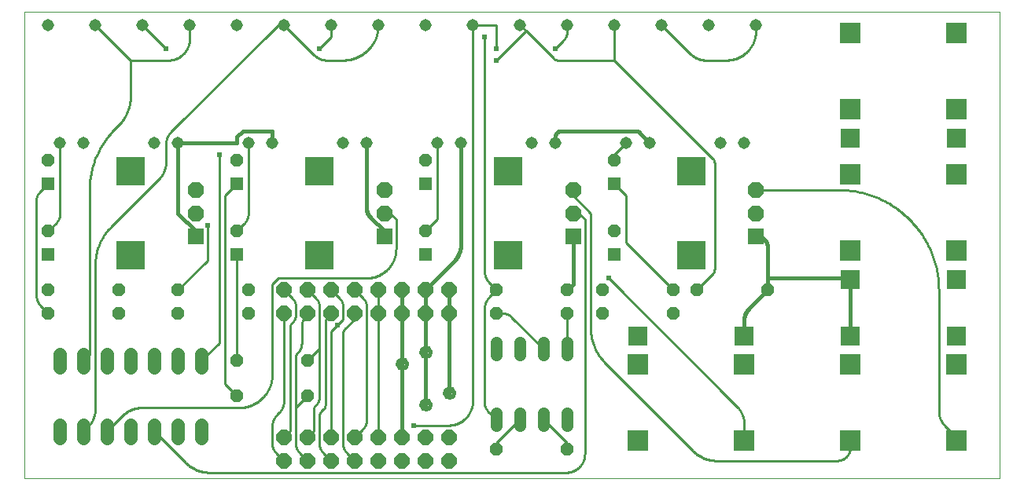
<source format=gbl>
G75*
%MOIN*%
%OFA0B0*%
%FSLAX25Y25*%
%IPPOS*%
%LPD*%
%AMOC8*
5,1,8,0,0,1.08239X$1,22.5*
%
%ADD10C,0.00000*%
%ADD11R,0.09154X0.09154*%
%ADD12R,0.07972X0.07972*%
%ADD13C,0.05600*%
%ADD14OC8,0.06400*%
%ADD15C,0.05156*%
%ADD16C,0.05156*%
%ADD17OC8,0.05600*%
%ADD18R,0.06731X0.06731*%
%ADD19OC8,0.06731*%
%ADD20R,0.12268X0.12268*%
%ADD21R,0.05600X0.05600*%
%ADD22C,0.01120*%
%ADD23C,0.01600*%
%ADD24C,0.01000*%
%ADD25C,0.02400*%
D10*
X0001000Y0006667D02*
X0414386Y0006667D01*
X0414386Y0204738D01*
X0001000Y0204738D01*
X0001000Y0006667D01*
D11*
X0261000Y0022612D03*
X0306000Y0022612D03*
X0351000Y0022612D03*
X0396000Y0022612D03*
X0396000Y0054974D03*
X0351000Y0054974D03*
X0306000Y0054974D03*
X0261000Y0054974D03*
X0351000Y0103360D03*
X0396000Y0103360D03*
X0396000Y0135722D03*
X0351000Y0135722D03*
X0351000Y0163360D03*
X0396000Y0163360D03*
X0396000Y0195722D03*
X0351000Y0195722D03*
D12*
X0351000Y0151155D03*
X0396000Y0151155D03*
X0396000Y0091155D03*
X0351000Y0091155D03*
X0351000Y0067178D03*
X0306000Y0067178D03*
X0261000Y0067178D03*
X0396000Y0067178D03*
D13*
X0076000Y0059467D02*
X0076000Y0053867D01*
X0066000Y0053867D02*
X0066000Y0059467D01*
X0056000Y0059467D02*
X0056000Y0053867D01*
X0046000Y0053867D02*
X0046000Y0059467D01*
X0036000Y0059467D02*
X0036000Y0053867D01*
X0026000Y0053867D02*
X0026000Y0059467D01*
X0016000Y0059467D02*
X0016000Y0053867D01*
X0016000Y0029467D02*
X0016000Y0023867D01*
X0026000Y0023867D02*
X0026000Y0029467D01*
X0036000Y0029467D02*
X0036000Y0023867D01*
X0046000Y0023867D02*
X0046000Y0029467D01*
X0056000Y0029467D02*
X0056000Y0023867D01*
X0066000Y0023867D02*
X0066000Y0029467D01*
X0076000Y0029467D02*
X0076000Y0023867D01*
D14*
X0111000Y0024167D03*
X0121000Y0024167D03*
X0131000Y0024167D03*
X0141000Y0024167D03*
X0151000Y0024167D03*
X0161000Y0024167D03*
X0171000Y0024167D03*
X0181000Y0024167D03*
X0181000Y0014167D03*
X0171000Y0014167D03*
X0161000Y0014167D03*
X0151000Y0014167D03*
X0141000Y0014167D03*
X0131000Y0014167D03*
X0121000Y0014167D03*
X0111000Y0014167D03*
X0111000Y0076667D03*
X0121000Y0076667D03*
X0131000Y0076667D03*
X0141000Y0076667D03*
X0151000Y0076667D03*
X0161000Y0076667D03*
X0171000Y0076667D03*
X0181000Y0076667D03*
X0181000Y0086667D03*
X0171000Y0086667D03*
X0161000Y0086667D03*
X0151000Y0086667D03*
X0141000Y0086667D03*
X0131000Y0086667D03*
X0121000Y0086667D03*
X0111000Y0086667D03*
D15*
X0106000Y0149167D03*
X0096000Y0149167D03*
X0066000Y0149167D03*
X0056000Y0149167D03*
X0026000Y0149167D03*
X0016000Y0149167D03*
X0011000Y0199167D03*
X0031000Y0199167D03*
X0051000Y0199167D03*
X0071000Y0199167D03*
X0091000Y0199167D03*
X0111000Y0199167D03*
X0131000Y0199167D03*
X0151000Y0199167D03*
X0171000Y0199167D03*
X0191000Y0199167D03*
X0211000Y0199167D03*
X0231000Y0199167D03*
X0251000Y0199167D03*
X0271000Y0199167D03*
X0291000Y0199167D03*
X0311000Y0199167D03*
X0306000Y0149167D03*
X0296000Y0149167D03*
X0266000Y0149167D03*
X0256000Y0149167D03*
X0226000Y0149167D03*
X0216000Y0149167D03*
X0186000Y0149167D03*
X0176000Y0149167D03*
X0146000Y0149167D03*
X0136000Y0149167D03*
D16*
X0201000Y0064245D02*
X0201000Y0059089D01*
X0211000Y0059089D02*
X0211000Y0064245D01*
X0221000Y0064245D02*
X0221000Y0059089D01*
X0231000Y0059089D02*
X0231000Y0064245D01*
X0231000Y0034245D02*
X0231000Y0029089D01*
X0221000Y0029089D02*
X0221000Y0034245D01*
X0211000Y0034245D02*
X0211000Y0029089D01*
X0201000Y0029089D02*
X0201000Y0034245D01*
D17*
X0201000Y0019167D03*
X0231000Y0019167D03*
X0121000Y0041667D03*
X0121000Y0056667D03*
X0091000Y0056667D03*
X0091000Y0041667D03*
X0096000Y0076667D03*
X0096000Y0086667D03*
X0066000Y0086667D03*
X0066000Y0076667D03*
X0041000Y0076667D03*
X0041000Y0086667D03*
X0011000Y0086667D03*
X0011000Y0076667D03*
X0011000Y0111667D03*
X0011000Y0141667D03*
X0091000Y0141667D03*
X0091000Y0111667D03*
X0171000Y0111667D03*
X0201000Y0086667D03*
X0201000Y0076667D03*
X0231000Y0076667D03*
X0246000Y0076667D03*
X0246000Y0086667D03*
X0231000Y0086667D03*
X0276000Y0086667D03*
X0286000Y0086667D03*
X0276000Y0076667D03*
X0316000Y0086667D03*
X0251000Y0111667D03*
X0251000Y0141667D03*
X0171000Y0141667D03*
D18*
X0153559Y0109324D03*
X0073559Y0109324D03*
X0233559Y0109324D03*
X0311059Y0109324D03*
D19*
X0311059Y0119167D03*
X0311059Y0129009D03*
X0233559Y0129009D03*
X0233559Y0119167D03*
X0153559Y0119167D03*
X0153559Y0129009D03*
X0073559Y0129009D03*
X0073559Y0119167D03*
D20*
X0046000Y0101450D03*
X0046000Y0136883D03*
X0126000Y0136883D03*
X0126000Y0101450D03*
X0206000Y0101450D03*
X0206000Y0136883D03*
X0283500Y0136883D03*
X0283500Y0101450D03*
D21*
X0251000Y0101667D03*
X0251000Y0131667D03*
X0171000Y0131667D03*
X0171000Y0101667D03*
X0091000Y0101667D03*
X0091000Y0131667D03*
X0011000Y0131667D03*
X0011000Y0101667D03*
D22*
X0161243Y0057170D02*
X0160683Y0057730D01*
X0162476Y0057249D01*
X0163403Y0055644D01*
X0162922Y0053851D01*
X0161317Y0052924D01*
X0159524Y0053405D01*
X0158597Y0055010D01*
X0159078Y0056803D01*
X0160683Y0057730D01*
X0160802Y0056828D01*
X0161922Y0056528D01*
X0162501Y0055525D01*
X0162201Y0054405D01*
X0161198Y0053826D01*
X0160078Y0054126D01*
X0159499Y0055129D01*
X0159799Y0056249D01*
X0160802Y0056828D01*
X0160921Y0055927D01*
X0161369Y0055807D01*
X0161600Y0055406D01*
X0161480Y0054958D01*
X0161079Y0054727D01*
X0160631Y0054847D01*
X0160400Y0055248D01*
X0160520Y0055696D01*
X0160921Y0055927D01*
X0170757Y0058484D02*
X0171317Y0057924D01*
X0169524Y0058405D01*
X0168597Y0060010D01*
X0169078Y0061803D01*
X0170683Y0062730D01*
X0172476Y0062249D01*
X0173403Y0060644D01*
X0172922Y0058851D01*
X0171317Y0057924D01*
X0171198Y0058826D01*
X0170078Y0059126D01*
X0169499Y0060129D01*
X0169799Y0061249D01*
X0170802Y0061828D01*
X0171922Y0061528D01*
X0172501Y0060525D01*
X0172201Y0059405D01*
X0171198Y0058826D01*
X0171079Y0059727D01*
X0170631Y0059847D01*
X0170400Y0060248D01*
X0170520Y0060696D01*
X0170921Y0060927D01*
X0171369Y0060807D01*
X0171600Y0060406D01*
X0171480Y0059958D01*
X0171079Y0059727D01*
X0180757Y0041163D02*
X0181317Y0040603D01*
X0179524Y0041084D01*
X0178597Y0042689D01*
X0179078Y0044482D01*
X0180683Y0045409D01*
X0182476Y0044928D01*
X0183403Y0043323D01*
X0182922Y0041530D01*
X0181317Y0040603D01*
X0181198Y0041505D01*
X0180078Y0041805D01*
X0179499Y0042808D01*
X0179799Y0043928D01*
X0180802Y0044507D01*
X0181922Y0044207D01*
X0182501Y0043204D01*
X0182201Y0042084D01*
X0181198Y0041505D01*
X0181079Y0042406D01*
X0180631Y0042526D01*
X0180400Y0042927D01*
X0180520Y0043375D01*
X0180921Y0043606D01*
X0181369Y0043486D01*
X0181600Y0043085D01*
X0181480Y0042637D01*
X0181079Y0042406D01*
X0171243Y0039849D02*
X0170683Y0040409D01*
X0172476Y0039928D01*
X0173403Y0038323D01*
X0172922Y0036530D01*
X0171317Y0035603D01*
X0169524Y0036084D01*
X0168597Y0037689D01*
X0169078Y0039482D01*
X0170683Y0040409D01*
X0170802Y0039507D01*
X0171922Y0039207D01*
X0172501Y0038204D01*
X0172201Y0037084D01*
X0171198Y0036505D01*
X0170078Y0036805D01*
X0169499Y0037808D01*
X0169799Y0038928D01*
X0170802Y0039507D01*
X0170921Y0038606D01*
X0171369Y0038486D01*
X0171600Y0038085D01*
X0171480Y0037637D01*
X0171079Y0037406D01*
X0170631Y0037526D01*
X0170400Y0037927D01*
X0170520Y0038375D01*
X0170921Y0038606D01*
D23*
X0171000Y0038006D02*
X0171000Y0060327D01*
X0171000Y0076667D01*
X0171000Y0086667D01*
X0182725Y0098392D01*
X0186000Y0106298D02*
X0186000Y0149167D01*
X0146000Y0149167D02*
X0146000Y0121482D01*
X0146002Y0121336D01*
X0146008Y0121189D01*
X0146017Y0121043D01*
X0146031Y0120898D01*
X0146048Y0120752D01*
X0146069Y0120608D01*
X0146094Y0120463D01*
X0146122Y0120320D01*
X0146154Y0120177D01*
X0146190Y0120035D01*
X0146230Y0119894D01*
X0146274Y0119755D01*
X0146321Y0119616D01*
X0146371Y0119479D01*
X0146426Y0119343D01*
X0146483Y0119208D01*
X0146545Y0119075D01*
X0146609Y0118944D01*
X0146677Y0118815D01*
X0146749Y0118687D01*
X0146824Y0118561D01*
X0146902Y0118437D01*
X0146983Y0118316D01*
X0147068Y0118196D01*
X0147155Y0118079D01*
X0147246Y0117964D01*
X0147339Y0117852D01*
X0147436Y0117742D01*
X0147535Y0117634D01*
X0147637Y0117529D01*
X0153500Y0111667D01*
X0153559Y0109324D01*
X0182725Y0098393D02*
X0182917Y0098589D01*
X0183104Y0098790D01*
X0183286Y0098996D01*
X0183462Y0099205D01*
X0183634Y0099420D01*
X0183800Y0099638D01*
X0183961Y0099860D01*
X0184116Y0100087D01*
X0184265Y0100317D01*
X0184409Y0100550D01*
X0184548Y0100787D01*
X0184680Y0101028D01*
X0184806Y0101271D01*
X0184927Y0101518D01*
X0185041Y0101767D01*
X0185149Y0102020D01*
X0185251Y0102274D01*
X0185346Y0102532D01*
X0185436Y0102791D01*
X0185519Y0103053D01*
X0185595Y0103316D01*
X0185665Y0103581D01*
X0185728Y0103848D01*
X0185785Y0104117D01*
X0185835Y0104387D01*
X0185879Y0104658D01*
X0185916Y0104929D01*
X0185946Y0105202D01*
X0185970Y0105476D01*
X0185987Y0105749D01*
X0185997Y0106024D01*
X0186000Y0106298D01*
X0181000Y0086667D02*
X0181000Y0076667D01*
X0181000Y0043006D01*
X0161000Y0055327D02*
X0161000Y0076667D01*
X0161000Y0086667D01*
X0161000Y0055327D02*
X0161000Y0024167D01*
X0231000Y0086667D02*
X0233500Y0089167D01*
X0233500Y0109167D01*
X0233559Y0109324D01*
X0311059Y0109324D02*
X0313500Y0109167D01*
X0314536Y0108131D01*
X0316000Y0104596D02*
X0316000Y0091667D01*
X0351000Y0091667D01*
X0351000Y0091155D01*
X0351000Y0067178D01*
X0308071Y0078738D02*
X0307950Y0078614D01*
X0307832Y0078487D01*
X0307717Y0078357D01*
X0307605Y0078224D01*
X0307497Y0078088D01*
X0307392Y0077950D01*
X0307290Y0077810D01*
X0307192Y0077666D01*
X0307097Y0077521D01*
X0307006Y0077373D01*
X0306919Y0077223D01*
X0306835Y0077071D01*
X0306755Y0076917D01*
X0306679Y0076761D01*
X0306607Y0076603D01*
X0306538Y0076444D01*
X0306474Y0076283D01*
X0306413Y0076120D01*
X0306357Y0075956D01*
X0306304Y0075791D01*
X0306256Y0075624D01*
X0306212Y0075456D01*
X0306172Y0075287D01*
X0306136Y0075117D01*
X0306104Y0074947D01*
X0306077Y0074776D01*
X0306053Y0074604D01*
X0306034Y0074431D01*
X0306019Y0074258D01*
X0306009Y0074085D01*
X0306002Y0073912D01*
X0306000Y0073738D01*
X0306000Y0067178D01*
X0308071Y0078738D02*
X0316000Y0086667D01*
X0316000Y0091667D01*
X0316000Y0104596D02*
X0315998Y0104736D01*
X0315992Y0104876D01*
X0315982Y0105016D01*
X0315969Y0105156D01*
X0315951Y0105295D01*
X0315929Y0105434D01*
X0315904Y0105571D01*
X0315875Y0105709D01*
X0315842Y0105845D01*
X0315805Y0105980D01*
X0315764Y0106114D01*
X0315719Y0106247D01*
X0315671Y0106379D01*
X0315619Y0106509D01*
X0315564Y0106638D01*
X0315505Y0106765D01*
X0315442Y0106891D01*
X0315376Y0107015D01*
X0315307Y0107136D01*
X0315234Y0107256D01*
X0315157Y0107374D01*
X0315078Y0107489D01*
X0314995Y0107603D01*
X0314909Y0107713D01*
X0314820Y0107822D01*
X0314728Y0107928D01*
X0314633Y0108031D01*
X0314536Y0108132D01*
X0266000Y0149167D02*
X0261732Y0153434D01*
X0259964Y0154167D02*
X0228500Y0154167D01*
X0228402Y0154165D01*
X0228304Y0154159D01*
X0228206Y0154150D01*
X0228109Y0154136D01*
X0228012Y0154119D01*
X0227916Y0154098D01*
X0227821Y0154073D01*
X0227727Y0154045D01*
X0227635Y0154012D01*
X0227543Y0153977D01*
X0227453Y0153937D01*
X0227365Y0153895D01*
X0227278Y0153848D01*
X0227194Y0153799D01*
X0227111Y0153746D01*
X0227031Y0153690D01*
X0226952Y0153630D01*
X0226876Y0153568D01*
X0226803Y0153503D01*
X0226732Y0153435D01*
X0226664Y0153364D01*
X0226599Y0153291D01*
X0226537Y0153215D01*
X0226477Y0153136D01*
X0226421Y0153056D01*
X0226368Y0152973D01*
X0226319Y0152889D01*
X0226272Y0152802D01*
X0226230Y0152714D01*
X0226190Y0152624D01*
X0226155Y0152532D01*
X0226122Y0152440D01*
X0226094Y0152346D01*
X0226069Y0152251D01*
X0226048Y0152155D01*
X0226031Y0152058D01*
X0226017Y0151961D01*
X0226008Y0151863D01*
X0226002Y0151765D01*
X0226000Y0151667D01*
X0226000Y0149167D01*
X0259964Y0154167D02*
X0260062Y0154165D01*
X0260160Y0154159D01*
X0260258Y0154150D01*
X0260355Y0154136D01*
X0260452Y0154119D01*
X0260548Y0154098D01*
X0260643Y0154073D01*
X0260737Y0154045D01*
X0260829Y0154012D01*
X0260921Y0153977D01*
X0261011Y0153937D01*
X0261099Y0153895D01*
X0261186Y0153848D01*
X0261270Y0153799D01*
X0261353Y0153746D01*
X0261433Y0153690D01*
X0261512Y0153630D01*
X0261588Y0153568D01*
X0261661Y0153503D01*
X0261732Y0153435D01*
X0106000Y0154167D02*
X0106000Y0149167D01*
X0106000Y0154167D02*
X0093500Y0154167D01*
X0091000Y0151667D01*
X0091000Y0149167D01*
X0066000Y0149167D01*
X0066000Y0119167D01*
X0073500Y0111667D01*
X0073559Y0109324D01*
D24*
X0078500Y0114167D02*
X0078500Y0099167D01*
X0066000Y0086667D01*
X0031000Y0097405D02*
X0031007Y0097954D01*
X0031027Y0098502D01*
X0031061Y0099050D01*
X0031108Y0099597D01*
X0031168Y0100142D01*
X0031242Y0100686D01*
X0031329Y0101228D01*
X0031430Y0101767D01*
X0031543Y0102304D01*
X0031670Y0102838D01*
X0031810Y0103369D01*
X0031963Y0103896D01*
X0032129Y0104419D01*
X0032307Y0104938D01*
X0032498Y0105453D01*
X0032702Y0105962D01*
X0032918Y0106467D01*
X0033147Y0106966D01*
X0033388Y0107459D01*
X0033640Y0107946D01*
X0033905Y0108427D01*
X0034181Y0108901D01*
X0034469Y0109368D01*
X0034769Y0109828D01*
X0035079Y0110281D01*
X0035400Y0110725D01*
X0035733Y0111162D01*
X0036076Y0111591D01*
X0036429Y0112011D01*
X0036793Y0112422D01*
X0037166Y0112824D01*
X0037549Y0113217D01*
X0037549Y0113216D02*
X0057725Y0133392D01*
X0039311Y0154978D02*
X0038698Y0154349D01*
X0038099Y0153706D01*
X0037516Y0153049D01*
X0036948Y0152379D01*
X0036397Y0151694D01*
X0035862Y0150998D01*
X0035344Y0150288D01*
X0034843Y0149566D01*
X0034360Y0148833D01*
X0033894Y0148089D01*
X0033445Y0147333D01*
X0033015Y0146567D01*
X0032603Y0145791D01*
X0032210Y0145005D01*
X0031836Y0144211D01*
X0031480Y0143407D01*
X0031144Y0142596D01*
X0030827Y0141776D01*
X0030530Y0140950D01*
X0030253Y0140116D01*
X0029995Y0139276D01*
X0029758Y0138431D01*
X0029540Y0137579D01*
X0029344Y0136723D01*
X0029167Y0135863D01*
X0029011Y0134998D01*
X0028876Y0134130D01*
X0028761Y0133259D01*
X0028667Y0132386D01*
X0028594Y0131510D01*
X0028542Y0130633D01*
X0028510Y0129755D01*
X0028500Y0128877D01*
X0028500Y0059167D01*
X0026000Y0056667D01*
X0031000Y0036298D02*
X0031000Y0097405D01*
X0006000Y0084596D02*
X0006002Y0084422D01*
X0006009Y0084249D01*
X0006019Y0084076D01*
X0006034Y0083903D01*
X0006053Y0083730D01*
X0006077Y0083558D01*
X0006104Y0083387D01*
X0006136Y0083217D01*
X0006172Y0083047D01*
X0006212Y0082878D01*
X0006256Y0082710D01*
X0006304Y0082543D01*
X0006357Y0082378D01*
X0006413Y0082214D01*
X0006474Y0082051D01*
X0006538Y0081890D01*
X0006607Y0081731D01*
X0006679Y0081573D01*
X0006755Y0081417D01*
X0006835Y0081263D01*
X0006919Y0081111D01*
X0007006Y0080961D01*
X0007097Y0080813D01*
X0007192Y0080668D01*
X0007290Y0080524D01*
X0007392Y0080384D01*
X0007497Y0080246D01*
X0007605Y0080110D01*
X0007717Y0079977D01*
X0007832Y0079847D01*
X0007950Y0079720D01*
X0008071Y0079596D01*
X0011000Y0076667D01*
X0006000Y0084596D02*
X0006000Y0124596D01*
X0006002Y0124736D01*
X0006008Y0124876D01*
X0006018Y0125016D01*
X0006031Y0125156D01*
X0006049Y0125295D01*
X0006071Y0125434D01*
X0006096Y0125571D01*
X0006125Y0125709D01*
X0006158Y0125845D01*
X0006195Y0125980D01*
X0006236Y0126114D01*
X0006281Y0126247D01*
X0006329Y0126379D01*
X0006381Y0126509D01*
X0006436Y0126638D01*
X0006495Y0126765D01*
X0006558Y0126891D01*
X0006624Y0127015D01*
X0006693Y0127136D01*
X0006766Y0127256D01*
X0006843Y0127374D01*
X0006922Y0127489D01*
X0007005Y0127603D01*
X0007091Y0127713D01*
X0007180Y0127822D01*
X0007272Y0127928D01*
X0007367Y0128031D01*
X0007464Y0128132D01*
X0007464Y0128131D02*
X0011000Y0131667D01*
X0016000Y0118738D02*
X0015998Y0118598D01*
X0015992Y0118458D01*
X0015982Y0118318D01*
X0015969Y0118178D01*
X0015951Y0118039D01*
X0015929Y0117900D01*
X0015904Y0117763D01*
X0015875Y0117625D01*
X0015842Y0117489D01*
X0015805Y0117354D01*
X0015764Y0117220D01*
X0015719Y0117087D01*
X0015671Y0116955D01*
X0015619Y0116825D01*
X0015564Y0116696D01*
X0015505Y0116569D01*
X0015442Y0116443D01*
X0015376Y0116319D01*
X0015307Y0116198D01*
X0015234Y0116078D01*
X0015157Y0115960D01*
X0015078Y0115845D01*
X0014995Y0115731D01*
X0014909Y0115621D01*
X0014820Y0115512D01*
X0014728Y0115406D01*
X0014633Y0115303D01*
X0014536Y0115202D01*
X0011000Y0111667D01*
X0016000Y0118738D02*
X0016000Y0149167D01*
X0039311Y0154978D02*
X0040720Y0156386D01*
X0061000Y0148738D02*
X0061000Y0141298D01*
X0060997Y0141032D01*
X0060987Y0140766D01*
X0060972Y0140500D01*
X0060949Y0140235D01*
X0060921Y0139971D01*
X0060886Y0139707D01*
X0060845Y0139444D01*
X0060798Y0139182D01*
X0060745Y0138922D01*
X0060685Y0138662D01*
X0060619Y0138404D01*
X0060547Y0138148D01*
X0060469Y0137894D01*
X0060385Y0137641D01*
X0060295Y0137391D01*
X0060199Y0137143D01*
X0060097Y0136897D01*
X0059990Y0136654D01*
X0059876Y0136413D01*
X0059757Y0136175D01*
X0059632Y0135940D01*
X0059502Y0135708D01*
X0059366Y0135479D01*
X0059225Y0135254D01*
X0059079Y0135032D01*
X0058927Y0134813D01*
X0058770Y0134598D01*
X0058608Y0134387D01*
X0058441Y0134180D01*
X0058269Y0133977D01*
X0058093Y0133778D01*
X0057911Y0133583D01*
X0057725Y0133393D01*
X0083500Y0144167D02*
X0083500Y0064167D01*
X0076000Y0056667D01*
X0091000Y0056667D02*
X0091000Y0101667D01*
X0091000Y0111667D02*
X0093929Y0114596D01*
X0096000Y0119596D02*
X0096000Y0149167D01*
X0063071Y0153738D02*
X0062950Y0153614D01*
X0062832Y0153487D01*
X0062717Y0153357D01*
X0062605Y0153224D01*
X0062497Y0153088D01*
X0062392Y0152950D01*
X0062290Y0152810D01*
X0062192Y0152666D01*
X0062097Y0152521D01*
X0062006Y0152373D01*
X0061919Y0152223D01*
X0061835Y0152071D01*
X0061755Y0151917D01*
X0061679Y0151761D01*
X0061607Y0151603D01*
X0061538Y0151444D01*
X0061474Y0151283D01*
X0061413Y0151120D01*
X0061357Y0150956D01*
X0061304Y0150791D01*
X0061256Y0150624D01*
X0061212Y0150456D01*
X0061172Y0150287D01*
X0061136Y0150117D01*
X0061104Y0149947D01*
X0061077Y0149776D01*
X0061053Y0149604D01*
X0061034Y0149431D01*
X0061019Y0149258D01*
X0061009Y0149085D01*
X0061002Y0148912D01*
X0061000Y0148738D01*
X0063071Y0153738D02*
X0108500Y0199167D01*
X0111000Y0199167D01*
X0123803Y0186363D01*
X0126000Y0189167D02*
X0131000Y0194167D01*
X0131000Y0199167D01*
X0136000Y0184167D02*
X0136362Y0184171D01*
X0136725Y0184185D01*
X0137087Y0184206D01*
X0137448Y0184237D01*
X0137808Y0184276D01*
X0138167Y0184324D01*
X0138525Y0184381D01*
X0138882Y0184446D01*
X0139237Y0184520D01*
X0139590Y0184603D01*
X0139941Y0184694D01*
X0140289Y0184793D01*
X0140635Y0184901D01*
X0140979Y0185017D01*
X0141319Y0185142D01*
X0141656Y0185274D01*
X0141990Y0185415D01*
X0142321Y0185564D01*
X0142648Y0185721D01*
X0142971Y0185885D01*
X0143290Y0186057D01*
X0143604Y0186237D01*
X0143915Y0186425D01*
X0144220Y0186620D01*
X0144521Y0186822D01*
X0144817Y0187032D01*
X0145107Y0187248D01*
X0145393Y0187472D01*
X0145673Y0187702D01*
X0145947Y0187939D01*
X0146215Y0188183D01*
X0146478Y0188433D01*
X0146734Y0188689D01*
X0146984Y0188952D01*
X0147228Y0189220D01*
X0147465Y0189494D01*
X0147695Y0189774D01*
X0147919Y0190060D01*
X0148135Y0190350D01*
X0148345Y0190646D01*
X0148547Y0190947D01*
X0148742Y0191252D01*
X0148930Y0191563D01*
X0149110Y0191877D01*
X0149282Y0192196D01*
X0149446Y0192519D01*
X0149603Y0192846D01*
X0149752Y0193177D01*
X0149893Y0193511D01*
X0150025Y0193848D01*
X0150150Y0194188D01*
X0150266Y0194532D01*
X0150374Y0194878D01*
X0150473Y0195226D01*
X0150564Y0195577D01*
X0150647Y0195930D01*
X0150721Y0196285D01*
X0150786Y0196642D01*
X0150843Y0197000D01*
X0150891Y0197359D01*
X0150930Y0197719D01*
X0150961Y0198080D01*
X0150982Y0198442D01*
X0150996Y0198805D01*
X0151000Y0199167D01*
X0129107Y0184167D02*
X0128929Y0184169D01*
X0128750Y0184175D01*
X0128572Y0184186D01*
X0128394Y0184201D01*
X0128217Y0184220D01*
X0128040Y0184243D01*
X0127863Y0184271D01*
X0127688Y0184303D01*
X0127513Y0184338D01*
X0127339Y0184378D01*
X0127166Y0184423D01*
X0126994Y0184471D01*
X0126823Y0184523D01*
X0126654Y0184579D01*
X0126486Y0184640D01*
X0126320Y0184704D01*
X0126155Y0184773D01*
X0125991Y0184845D01*
X0125830Y0184921D01*
X0125670Y0185001D01*
X0125513Y0185084D01*
X0125357Y0185172D01*
X0125203Y0185263D01*
X0125052Y0185358D01*
X0124903Y0185456D01*
X0124757Y0185558D01*
X0124612Y0185663D01*
X0124471Y0185772D01*
X0124332Y0185884D01*
X0124196Y0185999D01*
X0124062Y0186117D01*
X0123931Y0186239D01*
X0123804Y0186364D01*
X0129107Y0184167D02*
X0136000Y0184167D01*
X0191000Y0199167D02*
X0191000Y0039474D01*
X0196000Y0038738D02*
X0196000Y0078738D01*
X0201000Y0076667D02*
X0203929Y0076667D01*
X0196000Y0078738D02*
X0196002Y0078912D01*
X0196009Y0079085D01*
X0196019Y0079258D01*
X0196034Y0079431D01*
X0196053Y0079604D01*
X0196077Y0079776D01*
X0196104Y0079947D01*
X0196136Y0080117D01*
X0196172Y0080287D01*
X0196212Y0080456D01*
X0196256Y0080624D01*
X0196304Y0080791D01*
X0196357Y0080956D01*
X0196413Y0081120D01*
X0196474Y0081283D01*
X0196538Y0081444D01*
X0196607Y0081603D01*
X0196679Y0081761D01*
X0196755Y0081917D01*
X0196835Y0082071D01*
X0196919Y0082223D01*
X0197006Y0082373D01*
X0197097Y0082521D01*
X0197192Y0082666D01*
X0197290Y0082810D01*
X0197392Y0082950D01*
X0197497Y0083088D01*
X0197605Y0083224D01*
X0197717Y0083357D01*
X0197832Y0083487D01*
X0197950Y0083614D01*
X0198071Y0083738D01*
X0201000Y0086667D01*
X0198071Y0089596D01*
X0196000Y0094596D02*
X0196000Y0194167D01*
X0201000Y0199167D02*
X0191000Y0199167D01*
X0201000Y0199167D02*
X0201000Y0189167D01*
X0201000Y0184167D02*
X0213500Y0196667D01*
X0211000Y0199167D01*
X0213500Y0196667D02*
X0225268Y0184899D01*
X0227036Y0184167D02*
X0251000Y0184167D01*
X0292768Y0142399D01*
X0293500Y0140631D02*
X0293500Y0095631D01*
X0292464Y0093131D02*
X0286000Y0086667D01*
X0276000Y0086667D02*
X0256000Y0106667D01*
X0256000Y0126667D01*
X0251000Y0131667D01*
X0241000Y0119167D02*
X0233500Y0126667D01*
X0233559Y0129009D01*
X0233559Y0119167D02*
X0236000Y0119167D01*
X0238500Y0116667D01*
X0238500Y0017072D01*
X0231000Y0019167D02*
X0231000Y0021667D01*
X0221000Y0031667D01*
X0211000Y0031667D02*
X0201000Y0021667D01*
X0201000Y0019167D01*
X0180692Y0029167D02*
X0166000Y0029167D01*
X0151000Y0024167D02*
X0151000Y0076667D01*
X0151000Y0086667D01*
X0146000Y0091667D02*
X0108500Y0091667D01*
X0106000Y0089167D01*
X0106000Y0050809D01*
X0105996Y0050467D01*
X0105983Y0050126D01*
X0105963Y0049785D01*
X0105934Y0049444D01*
X0105897Y0049104D01*
X0105852Y0048766D01*
X0105798Y0048428D01*
X0105737Y0048092D01*
X0105667Y0047757D01*
X0105589Y0047425D01*
X0105503Y0047094D01*
X0105410Y0046765D01*
X0105308Y0046439D01*
X0105198Y0046115D01*
X0105081Y0045794D01*
X0104956Y0045476D01*
X0104823Y0045161D01*
X0104683Y0044850D01*
X0104535Y0044541D01*
X0104380Y0044237D01*
X0104218Y0043936D01*
X0104048Y0043640D01*
X0103871Y0043347D01*
X0103687Y0043059D01*
X0103497Y0042775D01*
X0103299Y0042497D01*
X0103095Y0042223D01*
X0102884Y0041953D01*
X0102667Y0041690D01*
X0102443Y0041431D01*
X0102214Y0041178D01*
X0101978Y0040931D01*
X0101736Y0040689D01*
X0101489Y0040453D01*
X0101236Y0040224D01*
X0100977Y0040000D01*
X0100714Y0039783D01*
X0100444Y0039572D01*
X0100170Y0039368D01*
X0099892Y0039170D01*
X0099608Y0038980D01*
X0099320Y0038796D01*
X0099027Y0038619D01*
X0098731Y0038449D01*
X0098430Y0038287D01*
X0098126Y0038132D01*
X0097817Y0037984D01*
X0097506Y0037844D01*
X0097191Y0037711D01*
X0096873Y0037586D01*
X0096552Y0037469D01*
X0096228Y0037359D01*
X0095902Y0037257D01*
X0095573Y0037164D01*
X0095242Y0037078D01*
X0094910Y0037000D01*
X0094575Y0036930D01*
X0094239Y0036869D01*
X0093901Y0036815D01*
X0093563Y0036770D01*
X0093223Y0036733D01*
X0092882Y0036704D01*
X0092541Y0036684D01*
X0092200Y0036671D01*
X0091858Y0036667D01*
X0050631Y0036667D01*
X0042725Y0033392D02*
X0036000Y0026667D01*
X0027725Y0028392D02*
X0026000Y0026667D01*
X0027725Y0028393D02*
X0027911Y0028583D01*
X0028093Y0028778D01*
X0028269Y0028977D01*
X0028441Y0029180D01*
X0028608Y0029387D01*
X0028770Y0029598D01*
X0028927Y0029813D01*
X0029079Y0030032D01*
X0029225Y0030254D01*
X0029366Y0030479D01*
X0029502Y0030708D01*
X0029632Y0030940D01*
X0029757Y0031175D01*
X0029876Y0031413D01*
X0029990Y0031654D01*
X0030097Y0031897D01*
X0030199Y0032143D01*
X0030295Y0032391D01*
X0030385Y0032641D01*
X0030469Y0032894D01*
X0030547Y0033148D01*
X0030619Y0033404D01*
X0030685Y0033662D01*
X0030745Y0033922D01*
X0030798Y0034182D01*
X0030845Y0034444D01*
X0030886Y0034707D01*
X0030921Y0034971D01*
X0030949Y0035235D01*
X0030972Y0035500D01*
X0030987Y0035766D01*
X0030997Y0036032D01*
X0031000Y0036298D01*
X0042726Y0033391D02*
X0042922Y0033583D01*
X0043123Y0033770D01*
X0043329Y0033952D01*
X0043538Y0034128D01*
X0043753Y0034300D01*
X0043971Y0034466D01*
X0044193Y0034627D01*
X0044420Y0034782D01*
X0044650Y0034931D01*
X0044883Y0035075D01*
X0045120Y0035214D01*
X0045361Y0035346D01*
X0045604Y0035472D01*
X0045851Y0035593D01*
X0046100Y0035707D01*
X0046353Y0035815D01*
X0046607Y0035917D01*
X0046865Y0036012D01*
X0047124Y0036102D01*
X0047386Y0036185D01*
X0047649Y0036261D01*
X0047914Y0036331D01*
X0048181Y0036394D01*
X0048450Y0036451D01*
X0048720Y0036501D01*
X0048991Y0036545D01*
X0049262Y0036582D01*
X0049535Y0036612D01*
X0049809Y0036636D01*
X0050082Y0036653D01*
X0050357Y0036663D01*
X0050631Y0036666D01*
X0056000Y0026667D02*
X0069230Y0013436D01*
X0079538Y0009167D02*
X0230594Y0009167D01*
X0230594Y0009166D02*
X0230785Y0009168D01*
X0230976Y0009175D01*
X0231167Y0009187D01*
X0231357Y0009203D01*
X0231547Y0009224D01*
X0231736Y0009249D01*
X0231925Y0009279D01*
X0232113Y0009313D01*
X0232300Y0009352D01*
X0232486Y0009396D01*
X0232671Y0009444D01*
X0232855Y0009496D01*
X0233037Y0009553D01*
X0233218Y0009614D01*
X0233398Y0009680D01*
X0233575Y0009750D01*
X0233751Y0009824D01*
X0233926Y0009902D01*
X0234098Y0009985D01*
X0234268Y0010072D01*
X0234436Y0010162D01*
X0234602Y0010257D01*
X0234766Y0010356D01*
X0234927Y0010459D01*
X0235085Y0010565D01*
X0235241Y0010676D01*
X0235394Y0010790D01*
X0235545Y0010908D01*
X0235692Y0011029D01*
X0235837Y0011154D01*
X0235978Y0011283D01*
X0236116Y0011414D01*
X0236252Y0011550D01*
X0236383Y0011688D01*
X0236512Y0011829D01*
X0236637Y0011974D01*
X0236758Y0012121D01*
X0236876Y0012272D01*
X0236990Y0012425D01*
X0237101Y0012581D01*
X0237207Y0012739D01*
X0237310Y0012900D01*
X0237409Y0013064D01*
X0237504Y0013230D01*
X0237594Y0013398D01*
X0237681Y0013568D01*
X0237764Y0013740D01*
X0237842Y0013915D01*
X0237916Y0014091D01*
X0237986Y0014268D01*
X0238052Y0014448D01*
X0238113Y0014629D01*
X0238170Y0014811D01*
X0238222Y0014995D01*
X0238270Y0015180D01*
X0238314Y0015366D01*
X0238353Y0015553D01*
X0238387Y0015741D01*
X0238417Y0015930D01*
X0238442Y0016119D01*
X0238463Y0016309D01*
X0238479Y0016499D01*
X0238491Y0016690D01*
X0238498Y0016881D01*
X0238500Y0017072D01*
X0201000Y0031667D02*
X0197464Y0035202D01*
X0197367Y0035303D01*
X0197272Y0035406D01*
X0197180Y0035512D01*
X0197091Y0035621D01*
X0197005Y0035731D01*
X0196922Y0035845D01*
X0196843Y0035960D01*
X0196766Y0036078D01*
X0196693Y0036198D01*
X0196624Y0036319D01*
X0196558Y0036443D01*
X0196495Y0036569D01*
X0196436Y0036696D01*
X0196381Y0036825D01*
X0196329Y0036955D01*
X0196281Y0037087D01*
X0196236Y0037220D01*
X0196195Y0037354D01*
X0196158Y0037489D01*
X0196125Y0037625D01*
X0196096Y0037763D01*
X0196071Y0037900D01*
X0196049Y0038039D01*
X0196031Y0038178D01*
X0196018Y0038318D01*
X0196008Y0038458D01*
X0196002Y0038598D01*
X0196000Y0038738D01*
X0191000Y0039474D02*
X0190997Y0039225D01*
X0190988Y0038976D01*
X0190973Y0038727D01*
X0190952Y0038479D01*
X0190925Y0038232D01*
X0190892Y0037985D01*
X0190853Y0037739D01*
X0190808Y0037494D01*
X0190757Y0037250D01*
X0190700Y0037007D01*
X0190638Y0036766D01*
X0190570Y0036526D01*
X0190495Y0036289D01*
X0190416Y0036053D01*
X0190330Y0035819D01*
X0190239Y0035587D01*
X0190142Y0035357D01*
X0190040Y0035130D01*
X0189932Y0034906D01*
X0189819Y0034684D01*
X0189701Y0034464D01*
X0189577Y0034248D01*
X0189448Y0034035D01*
X0189314Y0033825D01*
X0189175Y0033618D01*
X0189031Y0033415D01*
X0188883Y0033215D01*
X0188729Y0033019D01*
X0188571Y0032827D01*
X0188408Y0032639D01*
X0188240Y0032454D01*
X0188068Y0032274D01*
X0187892Y0032098D01*
X0187712Y0031926D01*
X0187527Y0031758D01*
X0187339Y0031595D01*
X0187147Y0031437D01*
X0186951Y0031283D01*
X0186751Y0031135D01*
X0186548Y0030991D01*
X0186341Y0030852D01*
X0186131Y0030718D01*
X0185918Y0030589D01*
X0185702Y0030465D01*
X0185482Y0030347D01*
X0185260Y0030234D01*
X0185036Y0030126D01*
X0184809Y0030024D01*
X0184579Y0029927D01*
X0184347Y0029836D01*
X0184113Y0029750D01*
X0183877Y0029671D01*
X0183640Y0029596D01*
X0183400Y0029528D01*
X0183159Y0029466D01*
X0182916Y0029409D01*
X0182672Y0029358D01*
X0182427Y0029313D01*
X0182181Y0029274D01*
X0181934Y0029241D01*
X0181687Y0029214D01*
X0181439Y0029193D01*
X0181190Y0029178D01*
X0180941Y0029169D01*
X0180692Y0029166D01*
X0146000Y0031482D02*
X0146000Y0079596D01*
X0144536Y0083131D02*
X0141000Y0086667D01*
X0134536Y0083131D02*
X0131000Y0086667D01*
X0124536Y0083131D02*
X0121000Y0086667D01*
X0114536Y0083131D02*
X0111000Y0086667D01*
X0114536Y0083132D02*
X0114633Y0083031D01*
X0114728Y0082928D01*
X0114820Y0082822D01*
X0114909Y0082713D01*
X0114995Y0082603D01*
X0115078Y0082489D01*
X0115157Y0082374D01*
X0115234Y0082256D01*
X0115307Y0082136D01*
X0115376Y0082015D01*
X0115442Y0081891D01*
X0115505Y0081765D01*
X0115564Y0081638D01*
X0115619Y0081509D01*
X0115671Y0081379D01*
X0115719Y0081247D01*
X0115764Y0081114D01*
X0115805Y0080980D01*
X0115842Y0080845D01*
X0115875Y0080709D01*
X0115904Y0080571D01*
X0115929Y0080434D01*
X0115951Y0080295D01*
X0115969Y0080156D01*
X0115982Y0080016D01*
X0115992Y0079876D01*
X0115998Y0079736D01*
X0116000Y0079596D01*
X0116000Y0076482D01*
X0111000Y0076667D02*
X0111000Y0039596D01*
X0110998Y0039422D01*
X0110991Y0039249D01*
X0110981Y0039076D01*
X0110966Y0038903D01*
X0110947Y0038730D01*
X0110923Y0038558D01*
X0110896Y0038387D01*
X0110864Y0038217D01*
X0110828Y0038047D01*
X0110788Y0037878D01*
X0110744Y0037710D01*
X0110696Y0037543D01*
X0110643Y0037378D01*
X0110587Y0037214D01*
X0110526Y0037051D01*
X0110462Y0036890D01*
X0110393Y0036731D01*
X0110321Y0036573D01*
X0110245Y0036417D01*
X0110165Y0036263D01*
X0110081Y0036111D01*
X0109994Y0035961D01*
X0109903Y0035813D01*
X0109808Y0035668D01*
X0109710Y0035524D01*
X0109608Y0035384D01*
X0109503Y0035246D01*
X0109395Y0035110D01*
X0109283Y0034977D01*
X0109168Y0034847D01*
X0109050Y0034720D01*
X0108929Y0034596D01*
X0108071Y0033738D01*
X0116000Y0036667D02*
X0116000Y0058131D01*
X0116732Y0059899D02*
X0116863Y0060029D01*
X0116732Y0059899D02*
X0116664Y0059828D01*
X0116599Y0059755D01*
X0116537Y0059679D01*
X0116477Y0059600D01*
X0116421Y0059520D01*
X0116368Y0059437D01*
X0116319Y0059353D01*
X0116272Y0059266D01*
X0116230Y0059178D01*
X0116190Y0059088D01*
X0116155Y0058996D01*
X0116122Y0058904D01*
X0116094Y0058810D01*
X0116069Y0058715D01*
X0116048Y0058619D01*
X0116031Y0058522D01*
X0116017Y0058425D01*
X0116008Y0058327D01*
X0116002Y0058229D01*
X0116000Y0058131D01*
X0121000Y0056667D02*
X0126000Y0061667D01*
X0126000Y0041482D01*
X0121000Y0041667D02*
X0116000Y0036667D01*
X0116000Y0021482D01*
X0107637Y0017529D02*
X0107535Y0017634D01*
X0107436Y0017742D01*
X0107339Y0017852D01*
X0107246Y0017964D01*
X0107155Y0018079D01*
X0107068Y0018196D01*
X0106983Y0018316D01*
X0106902Y0018437D01*
X0106824Y0018561D01*
X0106749Y0018687D01*
X0106677Y0018815D01*
X0106609Y0018944D01*
X0106545Y0019075D01*
X0106483Y0019208D01*
X0106426Y0019343D01*
X0106371Y0019479D01*
X0106321Y0019616D01*
X0106274Y0019755D01*
X0106230Y0019894D01*
X0106190Y0020035D01*
X0106154Y0020177D01*
X0106122Y0020320D01*
X0106094Y0020463D01*
X0106069Y0020608D01*
X0106048Y0020752D01*
X0106031Y0020898D01*
X0106017Y0021043D01*
X0106008Y0021189D01*
X0106002Y0021336D01*
X0106000Y0021482D01*
X0106000Y0028738D01*
X0111000Y0024167D02*
X0113500Y0026667D01*
X0113500Y0070631D01*
X0114232Y0072399D02*
X0114363Y0072529D01*
X0114232Y0072399D02*
X0114164Y0072328D01*
X0114099Y0072255D01*
X0114037Y0072179D01*
X0113977Y0072100D01*
X0113921Y0072020D01*
X0113868Y0071937D01*
X0113819Y0071853D01*
X0113772Y0071766D01*
X0113730Y0071678D01*
X0113690Y0071588D01*
X0113655Y0071496D01*
X0113622Y0071404D01*
X0113594Y0071310D01*
X0113569Y0071215D01*
X0113548Y0071119D01*
X0113531Y0071022D01*
X0113517Y0070925D01*
X0113508Y0070827D01*
X0113502Y0070729D01*
X0113500Y0070631D01*
X0118500Y0070892D02*
X0118500Y0063982D01*
X0118498Y0063836D01*
X0118492Y0063689D01*
X0118483Y0063543D01*
X0118469Y0063398D01*
X0118452Y0063252D01*
X0118431Y0063108D01*
X0118406Y0062963D01*
X0118378Y0062820D01*
X0118346Y0062677D01*
X0118310Y0062535D01*
X0118270Y0062394D01*
X0118226Y0062255D01*
X0118179Y0062116D01*
X0118129Y0061979D01*
X0118074Y0061843D01*
X0118017Y0061708D01*
X0117955Y0061575D01*
X0117891Y0061444D01*
X0117823Y0061315D01*
X0117751Y0061187D01*
X0117676Y0061061D01*
X0117598Y0060937D01*
X0117517Y0060816D01*
X0117432Y0060696D01*
X0117345Y0060579D01*
X0117254Y0060464D01*
X0117161Y0060352D01*
X0117064Y0060242D01*
X0116965Y0060134D01*
X0116863Y0060029D01*
X0126000Y0061667D02*
X0126000Y0079596D01*
X0125998Y0079736D01*
X0125992Y0079876D01*
X0125982Y0080016D01*
X0125969Y0080156D01*
X0125951Y0080295D01*
X0125929Y0080434D01*
X0125904Y0080571D01*
X0125875Y0080709D01*
X0125842Y0080845D01*
X0125805Y0080980D01*
X0125764Y0081114D01*
X0125719Y0081247D01*
X0125671Y0081379D01*
X0125619Y0081509D01*
X0125564Y0081638D01*
X0125505Y0081765D01*
X0125442Y0081891D01*
X0125376Y0082015D01*
X0125307Y0082136D01*
X0125234Y0082256D01*
X0125157Y0082374D01*
X0125078Y0082489D01*
X0124995Y0082603D01*
X0124909Y0082713D01*
X0124820Y0082822D01*
X0124728Y0082928D01*
X0124633Y0083031D01*
X0124536Y0083132D01*
X0134536Y0083132D02*
X0134633Y0083031D01*
X0134728Y0082928D01*
X0134820Y0082822D01*
X0134909Y0082713D01*
X0134995Y0082603D01*
X0135078Y0082489D01*
X0135157Y0082374D01*
X0135234Y0082256D01*
X0135307Y0082136D01*
X0135376Y0082015D01*
X0135442Y0081891D01*
X0135505Y0081765D01*
X0135564Y0081638D01*
X0135619Y0081509D01*
X0135671Y0081379D01*
X0135719Y0081247D01*
X0135764Y0081114D01*
X0135805Y0080980D01*
X0135842Y0080845D01*
X0135875Y0080709D01*
X0135904Y0080571D01*
X0135929Y0080434D01*
X0135951Y0080295D01*
X0135969Y0080156D01*
X0135982Y0080016D01*
X0135992Y0079876D01*
X0135998Y0079736D01*
X0136000Y0079596D01*
X0136000Y0074167D01*
X0133500Y0071667D01*
X0131000Y0069167D01*
X0131000Y0024167D01*
X0126000Y0021482D02*
X0126002Y0021336D01*
X0126008Y0021189D01*
X0126017Y0021043D01*
X0126031Y0020898D01*
X0126048Y0020752D01*
X0126069Y0020608D01*
X0126094Y0020463D01*
X0126122Y0020320D01*
X0126154Y0020177D01*
X0126190Y0020035D01*
X0126230Y0019894D01*
X0126274Y0019755D01*
X0126321Y0019616D01*
X0126371Y0019479D01*
X0126426Y0019343D01*
X0126483Y0019208D01*
X0126545Y0019075D01*
X0126609Y0018944D01*
X0126677Y0018815D01*
X0126749Y0018687D01*
X0126824Y0018561D01*
X0126902Y0018437D01*
X0126983Y0018316D01*
X0127068Y0018196D01*
X0127155Y0018079D01*
X0127246Y0017964D01*
X0127339Y0017852D01*
X0127436Y0017742D01*
X0127535Y0017634D01*
X0127637Y0017529D01*
X0131000Y0014167D01*
X0137637Y0017529D02*
X0141000Y0014167D01*
X0137637Y0017529D02*
X0137535Y0017634D01*
X0137436Y0017742D01*
X0137339Y0017852D01*
X0137246Y0017964D01*
X0137155Y0018079D01*
X0137068Y0018196D01*
X0136983Y0018316D01*
X0136902Y0018437D01*
X0136824Y0018561D01*
X0136749Y0018687D01*
X0136677Y0018815D01*
X0136609Y0018944D01*
X0136545Y0019075D01*
X0136483Y0019208D01*
X0136426Y0019343D01*
X0136371Y0019479D01*
X0136321Y0019616D01*
X0136274Y0019755D01*
X0136230Y0019894D01*
X0136190Y0020035D01*
X0136154Y0020177D01*
X0136122Y0020320D01*
X0136094Y0020463D01*
X0136069Y0020608D01*
X0136048Y0020752D01*
X0136031Y0020898D01*
X0136017Y0021043D01*
X0136008Y0021189D01*
X0136002Y0021336D01*
X0136000Y0021482D01*
X0136000Y0068131D01*
X0136732Y0069899D02*
X0141000Y0074167D01*
X0141000Y0076667D01*
X0146000Y0079596D02*
X0145998Y0079736D01*
X0145992Y0079876D01*
X0145982Y0080016D01*
X0145969Y0080156D01*
X0145951Y0080295D01*
X0145929Y0080434D01*
X0145904Y0080571D01*
X0145875Y0080709D01*
X0145842Y0080845D01*
X0145805Y0080980D01*
X0145764Y0081114D01*
X0145719Y0081247D01*
X0145671Y0081379D01*
X0145619Y0081509D01*
X0145564Y0081638D01*
X0145505Y0081765D01*
X0145442Y0081891D01*
X0145376Y0082015D01*
X0145307Y0082136D01*
X0145234Y0082256D01*
X0145157Y0082374D01*
X0145078Y0082489D01*
X0144995Y0082603D01*
X0144909Y0082713D01*
X0144820Y0082822D01*
X0144728Y0082928D01*
X0144633Y0083031D01*
X0144536Y0083132D01*
X0131000Y0076667D02*
X0129536Y0075202D01*
X0128500Y0072702D02*
X0128500Y0037702D01*
X0127768Y0035934D02*
X0126732Y0034899D01*
X0123500Y0035631D02*
X0123502Y0035729D01*
X0123508Y0035827D01*
X0123517Y0035925D01*
X0123531Y0036022D01*
X0123548Y0036119D01*
X0123569Y0036215D01*
X0123594Y0036310D01*
X0123622Y0036404D01*
X0123655Y0036496D01*
X0123690Y0036588D01*
X0123730Y0036678D01*
X0123772Y0036766D01*
X0123819Y0036853D01*
X0123868Y0036937D01*
X0123921Y0037020D01*
X0123977Y0037100D01*
X0124037Y0037179D01*
X0124099Y0037255D01*
X0124164Y0037328D01*
X0124232Y0037399D01*
X0124363Y0037529D01*
X0127768Y0035934D02*
X0127836Y0036005D01*
X0127901Y0036078D01*
X0127963Y0036154D01*
X0128023Y0036233D01*
X0128079Y0036313D01*
X0128132Y0036396D01*
X0128181Y0036480D01*
X0128228Y0036567D01*
X0128270Y0036655D01*
X0128310Y0036745D01*
X0128345Y0036837D01*
X0128378Y0036929D01*
X0128406Y0037023D01*
X0128431Y0037118D01*
X0128452Y0037214D01*
X0128469Y0037311D01*
X0128483Y0037408D01*
X0128492Y0037506D01*
X0128498Y0037604D01*
X0128500Y0037702D01*
X0123500Y0035631D02*
X0123500Y0026667D01*
X0121000Y0024167D01*
X0116000Y0021482D02*
X0116002Y0021336D01*
X0116008Y0021189D01*
X0116017Y0021043D01*
X0116031Y0020898D01*
X0116048Y0020752D01*
X0116069Y0020608D01*
X0116094Y0020463D01*
X0116122Y0020320D01*
X0116154Y0020177D01*
X0116190Y0020035D01*
X0116230Y0019894D01*
X0116274Y0019755D01*
X0116321Y0019616D01*
X0116371Y0019479D01*
X0116426Y0019343D01*
X0116483Y0019208D01*
X0116545Y0019075D01*
X0116609Y0018944D01*
X0116677Y0018815D01*
X0116749Y0018687D01*
X0116824Y0018561D01*
X0116902Y0018437D01*
X0116983Y0018316D01*
X0117068Y0018196D01*
X0117155Y0018079D01*
X0117246Y0017964D01*
X0117339Y0017852D01*
X0117436Y0017742D01*
X0117535Y0017634D01*
X0117637Y0017529D01*
X0121000Y0014167D01*
X0111000Y0014167D02*
X0107637Y0017529D01*
X0106000Y0028738D02*
X0106002Y0028912D01*
X0106009Y0029085D01*
X0106019Y0029258D01*
X0106034Y0029431D01*
X0106053Y0029604D01*
X0106077Y0029776D01*
X0106104Y0029947D01*
X0106136Y0030117D01*
X0106172Y0030287D01*
X0106212Y0030456D01*
X0106256Y0030624D01*
X0106304Y0030791D01*
X0106357Y0030956D01*
X0106413Y0031120D01*
X0106474Y0031283D01*
X0106538Y0031444D01*
X0106607Y0031603D01*
X0106679Y0031761D01*
X0106755Y0031917D01*
X0106835Y0032071D01*
X0106919Y0032223D01*
X0107006Y0032373D01*
X0107097Y0032521D01*
X0107192Y0032666D01*
X0107290Y0032810D01*
X0107392Y0032950D01*
X0107497Y0033088D01*
X0107605Y0033224D01*
X0107717Y0033357D01*
X0107832Y0033487D01*
X0107950Y0033614D01*
X0108071Y0033738D01*
X0124363Y0037529D02*
X0124465Y0037634D01*
X0124564Y0037742D01*
X0124661Y0037852D01*
X0124754Y0037964D01*
X0124845Y0038079D01*
X0124932Y0038196D01*
X0125017Y0038316D01*
X0125098Y0038437D01*
X0125176Y0038561D01*
X0125251Y0038687D01*
X0125323Y0038815D01*
X0125391Y0038944D01*
X0125455Y0039075D01*
X0125517Y0039208D01*
X0125574Y0039343D01*
X0125629Y0039479D01*
X0125679Y0039616D01*
X0125726Y0039755D01*
X0125770Y0039894D01*
X0125810Y0040035D01*
X0125846Y0040177D01*
X0125878Y0040320D01*
X0125906Y0040463D01*
X0125931Y0040608D01*
X0125952Y0040752D01*
X0125969Y0040898D01*
X0125983Y0041043D01*
X0125992Y0041189D01*
X0125998Y0041336D01*
X0126000Y0041482D01*
X0126000Y0033131D02*
X0126000Y0021482D01*
X0141000Y0024167D02*
X0144363Y0027529D01*
X0144465Y0027634D01*
X0144564Y0027742D01*
X0144661Y0027852D01*
X0144754Y0027964D01*
X0144845Y0028079D01*
X0144932Y0028196D01*
X0145017Y0028316D01*
X0145098Y0028437D01*
X0145176Y0028561D01*
X0145251Y0028687D01*
X0145323Y0028815D01*
X0145391Y0028944D01*
X0145455Y0029075D01*
X0145517Y0029208D01*
X0145574Y0029343D01*
X0145629Y0029479D01*
X0145679Y0029616D01*
X0145726Y0029755D01*
X0145770Y0029894D01*
X0145810Y0030035D01*
X0145846Y0030177D01*
X0145878Y0030320D01*
X0145906Y0030463D01*
X0145931Y0030608D01*
X0145952Y0030752D01*
X0145969Y0030898D01*
X0145983Y0031043D01*
X0145992Y0031189D01*
X0145998Y0031336D01*
X0146000Y0031482D01*
X0126732Y0034899D02*
X0126664Y0034828D01*
X0126599Y0034755D01*
X0126537Y0034679D01*
X0126477Y0034600D01*
X0126421Y0034520D01*
X0126368Y0034437D01*
X0126319Y0034353D01*
X0126272Y0034266D01*
X0126230Y0034178D01*
X0126190Y0034088D01*
X0126155Y0033996D01*
X0126122Y0033904D01*
X0126094Y0033810D01*
X0126069Y0033715D01*
X0126048Y0033619D01*
X0126031Y0033522D01*
X0126017Y0033425D01*
X0126008Y0033327D01*
X0126002Y0033229D01*
X0126000Y0033131D01*
X0091000Y0041667D02*
X0086000Y0046667D01*
X0086000Y0126667D01*
X0091000Y0131667D01*
X0096000Y0119596D02*
X0095998Y0119422D01*
X0095991Y0119249D01*
X0095981Y0119076D01*
X0095966Y0118903D01*
X0095947Y0118730D01*
X0095923Y0118558D01*
X0095896Y0118387D01*
X0095864Y0118217D01*
X0095828Y0118047D01*
X0095788Y0117878D01*
X0095744Y0117710D01*
X0095696Y0117543D01*
X0095643Y0117378D01*
X0095587Y0117214D01*
X0095526Y0117051D01*
X0095462Y0116890D01*
X0095393Y0116731D01*
X0095321Y0116573D01*
X0095245Y0116417D01*
X0095165Y0116263D01*
X0095081Y0116111D01*
X0094994Y0115961D01*
X0094903Y0115813D01*
X0094808Y0115668D01*
X0094710Y0115524D01*
X0094608Y0115384D01*
X0094503Y0115246D01*
X0094395Y0115110D01*
X0094283Y0114977D01*
X0094168Y0114847D01*
X0094050Y0114720D01*
X0093929Y0114596D01*
X0146000Y0091667D02*
X0146302Y0091671D01*
X0146604Y0091682D01*
X0146905Y0091700D01*
X0147206Y0091725D01*
X0147507Y0091758D01*
X0147806Y0091798D01*
X0148104Y0091845D01*
X0148402Y0091900D01*
X0148697Y0091961D01*
X0148991Y0092030D01*
X0149284Y0092106D01*
X0149574Y0092189D01*
X0149863Y0092279D01*
X0150149Y0092376D01*
X0150433Y0092479D01*
X0150714Y0092590D01*
X0150992Y0092707D01*
X0151268Y0092831D01*
X0151540Y0092962D01*
X0151809Y0093099D01*
X0152075Y0093242D01*
X0152337Y0093392D01*
X0152596Y0093549D01*
X0152850Y0093711D01*
X0153101Y0093880D01*
X0153347Y0094054D01*
X0153590Y0094235D01*
X0153827Y0094421D01*
X0154061Y0094613D01*
X0154289Y0094811D01*
X0154513Y0095014D01*
X0154731Y0095222D01*
X0154945Y0095436D01*
X0155153Y0095654D01*
X0155356Y0095878D01*
X0155554Y0096106D01*
X0155746Y0096340D01*
X0155932Y0096577D01*
X0156113Y0096820D01*
X0156287Y0097066D01*
X0156456Y0097317D01*
X0156618Y0097571D01*
X0156775Y0097830D01*
X0156925Y0098092D01*
X0157068Y0098358D01*
X0157205Y0098627D01*
X0157336Y0098899D01*
X0157460Y0099175D01*
X0157577Y0099453D01*
X0157688Y0099734D01*
X0157791Y0100018D01*
X0157888Y0100304D01*
X0157978Y0100593D01*
X0158061Y0100883D01*
X0158137Y0101176D01*
X0158206Y0101470D01*
X0158267Y0101765D01*
X0158322Y0102063D01*
X0158369Y0102361D01*
X0158409Y0102660D01*
X0158442Y0102961D01*
X0158467Y0103262D01*
X0158485Y0103563D01*
X0158496Y0103865D01*
X0158500Y0104167D01*
X0158500Y0116667D01*
X0156000Y0119167D01*
X0153559Y0119167D01*
X0171000Y0111667D02*
X0176000Y0116667D01*
X0176000Y0149167D01*
X0241000Y0119167D02*
X0241000Y0070453D01*
X0231000Y0076667D02*
X0231000Y0061667D01*
X0221000Y0061667D02*
X0207464Y0075202D01*
X0207465Y0075203D02*
X0207364Y0075300D01*
X0207261Y0075395D01*
X0207155Y0075487D01*
X0207046Y0075576D01*
X0206936Y0075662D01*
X0206822Y0075745D01*
X0206707Y0075824D01*
X0206589Y0075901D01*
X0206469Y0075974D01*
X0206348Y0076043D01*
X0206224Y0076109D01*
X0206098Y0076172D01*
X0205971Y0076231D01*
X0205842Y0076286D01*
X0205712Y0076338D01*
X0205580Y0076386D01*
X0205447Y0076431D01*
X0205313Y0076472D01*
X0205178Y0076509D01*
X0205042Y0076542D01*
X0204904Y0076571D01*
X0204767Y0076596D01*
X0204628Y0076618D01*
X0204489Y0076636D01*
X0204349Y0076649D01*
X0204209Y0076659D01*
X0204069Y0076665D01*
X0203929Y0076667D01*
X0198071Y0089596D02*
X0197950Y0089720D01*
X0197832Y0089847D01*
X0197717Y0089977D01*
X0197605Y0090110D01*
X0197497Y0090246D01*
X0197392Y0090384D01*
X0197290Y0090524D01*
X0197192Y0090668D01*
X0197097Y0090813D01*
X0197006Y0090961D01*
X0196919Y0091111D01*
X0196835Y0091263D01*
X0196755Y0091417D01*
X0196679Y0091573D01*
X0196607Y0091731D01*
X0196538Y0091890D01*
X0196474Y0092051D01*
X0196413Y0092214D01*
X0196357Y0092378D01*
X0196304Y0092543D01*
X0196256Y0092710D01*
X0196212Y0092878D01*
X0196172Y0093047D01*
X0196136Y0093217D01*
X0196104Y0093387D01*
X0196077Y0093558D01*
X0196053Y0093730D01*
X0196034Y0093903D01*
X0196019Y0094076D01*
X0196009Y0094249D01*
X0196002Y0094422D01*
X0196000Y0094596D01*
X0248500Y0091667D02*
X0302981Y0037186D01*
X0306000Y0029897D02*
X0306000Y0022612D01*
X0294538Y0014167D02*
X0294191Y0014171D01*
X0293844Y0014184D01*
X0293498Y0014204D01*
X0293152Y0014233D01*
X0292807Y0014270D01*
X0292463Y0014315D01*
X0292121Y0014369D01*
X0291779Y0014430D01*
X0291439Y0014500D01*
X0291101Y0014578D01*
X0290765Y0014664D01*
X0290431Y0014757D01*
X0290100Y0014859D01*
X0289770Y0014969D01*
X0289444Y0015086D01*
X0289120Y0015211D01*
X0288800Y0015344D01*
X0288482Y0015484D01*
X0288169Y0015632D01*
X0287858Y0015787D01*
X0287552Y0015950D01*
X0287250Y0016120D01*
X0286951Y0016297D01*
X0286657Y0016481D01*
X0286367Y0016672D01*
X0286083Y0016870D01*
X0285802Y0017075D01*
X0285527Y0017286D01*
X0285257Y0017503D01*
X0284992Y0017727D01*
X0284733Y0017958D01*
X0284479Y0018194D01*
X0284231Y0018437D01*
X0284230Y0018436D02*
X0247213Y0055453D01*
X0246860Y0055814D01*
X0246516Y0056184D01*
X0246181Y0056561D01*
X0245855Y0056947D01*
X0245538Y0057340D01*
X0245231Y0057741D01*
X0244933Y0058148D01*
X0244645Y0058563D01*
X0244367Y0058984D01*
X0244100Y0059412D01*
X0243842Y0059847D01*
X0243595Y0060287D01*
X0243358Y0060733D01*
X0243132Y0061184D01*
X0242917Y0061641D01*
X0242713Y0062103D01*
X0242520Y0062569D01*
X0242337Y0063040D01*
X0242167Y0063515D01*
X0242007Y0063994D01*
X0241859Y0064477D01*
X0241723Y0064963D01*
X0241598Y0065452D01*
X0241485Y0065944D01*
X0241383Y0066438D01*
X0241294Y0066935D01*
X0241216Y0067434D01*
X0241150Y0067935D01*
X0241096Y0068437D01*
X0241054Y0068940D01*
X0241024Y0069444D01*
X0241006Y0069948D01*
X0241000Y0070453D01*
X0292464Y0093131D02*
X0292545Y0093214D01*
X0292623Y0093300D01*
X0292697Y0093388D01*
X0292769Y0093478D01*
X0292838Y0093571D01*
X0292904Y0093667D01*
X0292967Y0093764D01*
X0293026Y0093863D01*
X0293082Y0093964D01*
X0293135Y0094067D01*
X0293185Y0094172D01*
X0293231Y0094278D01*
X0293273Y0094385D01*
X0293312Y0094494D01*
X0293348Y0094605D01*
X0293380Y0094716D01*
X0293408Y0094828D01*
X0293432Y0094941D01*
X0293453Y0095055D01*
X0293470Y0095169D01*
X0293483Y0095284D01*
X0293492Y0095400D01*
X0293498Y0095515D01*
X0293500Y0095631D01*
X0345927Y0129166D02*
X0346956Y0129154D01*
X0347984Y0129116D01*
X0349011Y0129054D01*
X0350036Y0128967D01*
X0351059Y0128856D01*
X0352078Y0128719D01*
X0353094Y0128558D01*
X0354106Y0128373D01*
X0355114Y0128163D01*
X0356115Y0127929D01*
X0357111Y0127671D01*
X0358101Y0127388D01*
X0359083Y0127082D01*
X0360057Y0126753D01*
X0361024Y0126399D01*
X0361981Y0126023D01*
X0362929Y0125624D01*
X0363867Y0125201D01*
X0364795Y0124757D01*
X0365712Y0124290D01*
X0366617Y0123800D01*
X0367510Y0123290D01*
X0368390Y0122757D01*
X0369258Y0122204D01*
X0370111Y0121630D01*
X0370951Y0121035D01*
X0371776Y0120421D01*
X0372586Y0119786D01*
X0373380Y0119132D01*
X0374158Y0118459D01*
X0374920Y0117768D01*
X0375665Y0117058D01*
X0376392Y0116331D01*
X0377102Y0115586D01*
X0377793Y0114824D01*
X0378466Y0114046D01*
X0379120Y0113252D01*
X0379755Y0112442D01*
X0380369Y0111617D01*
X0380964Y0110777D01*
X0381538Y0109924D01*
X0382091Y0109056D01*
X0382624Y0108176D01*
X0383134Y0107283D01*
X0383624Y0106378D01*
X0384091Y0105461D01*
X0384535Y0104533D01*
X0384958Y0103595D01*
X0385357Y0102647D01*
X0385733Y0101690D01*
X0386087Y0100723D01*
X0386416Y0099749D01*
X0386722Y0098767D01*
X0387005Y0097777D01*
X0387263Y0096781D01*
X0387497Y0095780D01*
X0387707Y0094772D01*
X0387892Y0093760D01*
X0388053Y0092744D01*
X0388190Y0091725D01*
X0388301Y0090702D01*
X0388388Y0089677D01*
X0388450Y0088650D01*
X0388488Y0087622D01*
X0388500Y0086593D01*
X0388500Y0035400D01*
X0388503Y0035185D01*
X0388510Y0034971D01*
X0388523Y0034757D01*
X0388541Y0034543D01*
X0388564Y0034330D01*
X0388592Y0034117D01*
X0388625Y0033905D01*
X0388663Y0033694D01*
X0388706Y0033484D01*
X0388754Y0033275D01*
X0388807Y0033067D01*
X0388865Y0032860D01*
X0388928Y0032655D01*
X0388996Y0032452D01*
X0389068Y0032250D01*
X0389146Y0032050D01*
X0389228Y0031852D01*
X0389315Y0031655D01*
X0389406Y0031461D01*
X0389502Y0031270D01*
X0389603Y0031080D01*
X0389708Y0030893D01*
X0389817Y0030708D01*
X0389931Y0030527D01*
X0390049Y0030348D01*
X0390171Y0030171D01*
X0390298Y0029998D01*
X0390429Y0029828D01*
X0390563Y0029661D01*
X0390702Y0029497D01*
X0390844Y0029337D01*
X0390990Y0029180D01*
X0391140Y0029026D01*
X0391140Y0029027D02*
X0396000Y0024167D01*
X0396000Y0022612D01*
X0351000Y0022612D02*
X0351000Y0019757D01*
X0350998Y0019608D01*
X0350992Y0019459D01*
X0350982Y0019311D01*
X0350968Y0019163D01*
X0350951Y0019015D01*
X0350929Y0018868D01*
X0350903Y0018721D01*
X0350874Y0018575D01*
X0350840Y0018430D01*
X0350803Y0018286D01*
X0350762Y0018143D01*
X0350717Y0018001D01*
X0350669Y0017861D01*
X0350616Y0017721D01*
X0350560Y0017583D01*
X0350500Y0017447D01*
X0350437Y0017312D01*
X0350370Y0017179D01*
X0350300Y0017048D01*
X0350226Y0016919D01*
X0350149Y0016792D01*
X0350068Y0016667D01*
X0349984Y0016544D01*
X0349897Y0016423D01*
X0349807Y0016305D01*
X0349713Y0016189D01*
X0349617Y0016076D01*
X0349517Y0015965D01*
X0349415Y0015857D01*
X0349310Y0015752D01*
X0349202Y0015650D01*
X0349091Y0015550D01*
X0348978Y0015454D01*
X0348862Y0015360D01*
X0348744Y0015270D01*
X0348623Y0015183D01*
X0348500Y0015099D01*
X0348375Y0015018D01*
X0348248Y0014941D01*
X0348119Y0014867D01*
X0347988Y0014797D01*
X0347855Y0014730D01*
X0347720Y0014667D01*
X0347584Y0014607D01*
X0347446Y0014551D01*
X0347306Y0014498D01*
X0347166Y0014450D01*
X0347024Y0014405D01*
X0346881Y0014364D01*
X0346737Y0014327D01*
X0346592Y0014293D01*
X0346446Y0014264D01*
X0346299Y0014238D01*
X0346152Y0014216D01*
X0346004Y0014199D01*
X0345856Y0014185D01*
X0345708Y0014175D01*
X0345559Y0014169D01*
X0345410Y0014167D01*
X0294538Y0014167D01*
X0306000Y0029897D02*
X0305997Y0030150D01*
X0305988Y0030403D01*
X0305972Y0030655D01*
X0305950Y0030907D01*
X0305922Y0031159D01*
X0305888Y0031409D01*
X0305848Y0031659D01*
X0305802Y0031908D01*
X0305750Y0032155D01*
X0305691Y0032402D01*
X0305627Y0032646D01*
X0305556Y0032889D01*
X0305480Y0033130D01*
X0305397Y0033370D01*
X0305309Y0033607D01*
X0305215Y0033842D01*
X0305116Y0034074D01*
X0305010Y0034304D01*
X0304899Y0034532D01*
X0304783Y0034756D01*
X0304661Y0034978D01*
X0304533Y0035196D01*
X0304401Y0035412D01*
X0304263Y0035624D01*
X0304120Y0035832D01*
X0303971Y0036037D01*
X0303818Y0036239D01*
X0303660Y0036436D01*
X0303497Y0036630D01*
X0303330Y0036819D01*
X0303158Y0037005D01*
X0302981Y0037186D01*
X0136732Y0069899D02*
X0136664Y0069828D01*
X0136599Y0069755D01*
X0136537Y0069679D01*
X0136477Y0069600D01*
X0136421Y0069520D01*
X0136368Y0069437D01*
X0136319Y0069353D01*
X0136272Y0069266D01*
X0136230Y0069178D01*
X0136190Y0069088D01*
X0136155Y0068996D01*
X0136122Y0068904D01*
X0136094Y0068810D01*
X0136069Y0068715D01*
X0136048Y0068619D01*
X0136031Y0068522D01*
X0136017Y0068425D01*
X0136008Y0068327D01*
X0136002Y0068229D01*
X0136000Y0068131D01*
X0128500Y0072702D02*
X0128502Y0072818D01*
X0128508Y0072933D01*
X0128517Y0073049D01*
X0128530Y0073164D01*
X0128547Y0073278D01*
X0128568Y0073392D01*
X0128592Y0073505D01*
X0128620Y0073617D01*
X0128652Y0073728D01*
X0128688Y0073839D01*
X0128727Y0073948D01*
X0128769Y0074055D01*
X0128815Y0074161D01*
X0128865Y0074266D01*
X0128918Y0074369D01*
X0128974Y0074470D01*
X0129033Y0074569D01*
X0129096Y0074666D01*
X0129162Y0074762D01*
X0129231Y0074855D01*
X0129303Y0074945D01*
X0129377Y0075033D01*
X0129455Y0075119D01*
X0129536Y0075202D01*
X0120816Y0076482D02*
X0120684Y0076348D01*
X0120556Y0076210D01*
X0120431Y0076069D01*
X0120310Y0075926D01*
X0120191Y0075779D01*
X0120077Y0075630D01*
X0119966Y0075478D01*
X0119859Y0075323D01*
X0119755Y0075166D01*
X0119655Y0075007D01*
X0119559Y0074845D01*
X0119467Y0074681D01*
X0119379Y0074515D01*
X0119295Y0074346D01*
X0119214Y0074176D01*
X0119138Y0074004D01*
X0119066Y0073830D01*
X0118998Y0073655D01*
X0118935Y0073478D01*
X0118875Y0073299D01*
X0118820Y0073119D01*
X0118769Y0072938D01*
X0118723Y0072756D01*
X0118681Y0072573D01*
X0118643Y0072388D01*
X0118609Y0072203D01*
X0118580Y0072017D01*
X0118556Y0071831D01*
X0118536Y0071644D01*
X0118520Y0071456D01*
X0118509Y0071268D01*
X0118502Y0071080D01*
X0118500Y0070892D01*
X0120816Y0076482D02*
X0121000Y0076667D01*
X0116000Y0076482D02*
X0115998Y0076336D01*
X0115992Y0076189D01*
X0115983Y0076043D01*
X0115969Y0075898D01*
X0115952Y0075752D01*
X0115931Y0075608D01*
X0115906Y0075463D01*
X0115878Y0075320D01*
X0115846Y0075177D01*
X0115810Y0075035D01*
X0115770Y0074894D01*
X0115726Y0074755D01*
X0115679Y0074616D01*
X0115629Y0074479D01*
X0115574Y0074343D01*
X0115517Y0074208D01*
X0115455Y0074075D01*
X0115391Y0073944D01*
X0115323Y0073815D01*
X0115251Y0073687D01*
X0115176Y0073561D01*
X0115098Y0073437D01*
X0115017Y0073316D01*
X0114932Y0073196D01*
X0114845Y0073079D01*
X0114754Y0072964D01*
X0114661Y0072852D01*
X0114564Y0072742D01*
X0114465Y0072634D01*
X0114363Y0072529D01*
X0079538Y0009167D02*
X0079191Y0009171D01*
X0078844Y0009184D01*
X0078498Y0009204D01*
X0078152Y0009233D01*
X0077807Y0009270D01*
X0077463Y0009315D01*
X0077121Y0009369D01*
X0076779Y0009430D01*
X0076439Y0009500D01*
X0076101Y0009578D01*
X0075765Y0009664D01*
X0075431Y0009757D01*
X0075100Y0009859D01*
X0074770Y0009969D01*
X0074444Y0010086D01*
X0074120Y0010211D01*
X0073800Y0010344D01*
X0073482Y0010484D01*
X0073169Y0010632D01*
X0072858Y0010787D01*
X0072552Y0010950D01*
X0072250Y0011120D01*
X0071951Y0011297D01*
X0071657Y0011481D01*
X0071367Y0011672D01*
X0071083Y0011870D01*
X0070802Y0012075D01*
X0070527Y0012286D01*
X0070257Y0012503D01*
X0069992Y0012727D01*
X0069733Y0012958D01*
X0069479Y0013194D01*
X0069231Y0013437D01*
X0311059Y0129009D02*
X0313500Y0129167D01*
X0345927Y0129167D01*
X0293500Y0140631D02*
X0293498Y0140729D01*
X0293492Y0140827D01*
X0293483Y0140925D01*
X0293469Y0141022D01*
X0293452Y0141119D01*
X0293431Y0141215D01*
X0293406Y0141310D01*
X0293378Y0141404D01*
X0293345Y0141496D01*
X0293310Y0141588D01*
X0293270Y0141678D01*
X0293228Y0141766D01*
X0293181Y0141853D01*
X0293132Y0141937D01*
X0293079Y0142020D01*
X0293023Y0142100D01*
X0292963Y0142179D01*
X0292901Y0142255D01*
X0292836Y0142328D01*
X0292768Y0142399D01*
X0256000Y0149167D02*
X0251000Y0144167D01*
X0251000Y0141667D01*
X0251000Y0184167D02*
X0251000Y0199167D01*
X0231000Y0199167D02*
X0231000Y0196482D01*
X0230998Y0196336D01*
X0230992Y0196189D01*
X0230983Y0196043D01*
X0230969Y0195898D01*
X0230952Y0195752D01*
X0230931Y0195608D01*
X0230906Y0195463D01*
X0230878Y0195320D01*
X0230846Y0195177D01*
X0230810Y0195035D01*
X0230770Y0194894D01*
X0230726Y0194755D01*
X0230679Y0194616D01*
X0230629Y0194479D01*
X0230574Y0194343D01*
X0230517Y0194208D01*
X0230455Y0194075D01*
X0230391Y0193944D01*
X0230323Y0193815D01*
X0230251Y0193687D01*
X0230176Y0193561D01*
X0230098Y0193437D01*
X0230017Y0193316D01*
X0229932Y0193196D01*
X0229845Y0193079D01*
X0229754Y0192964D01*
X0229661Y0192852D01*
X0229564Y0192742D01*
X0229465Y0192634D01*
X0229363Y0192529D01*
X0226000Y0189167D01*
X0225268Y0184899D02*
X0225339Y0184831D01*
X0225412Y0184766D01*
X0225488Y0184704D01*
X0225567Y0184644D01*
X0225647Y0184588D01*
X0225730Y0184535D01*
X0225814Y0184486D01*
X0225901Y0184439D01*
X0225989Y0184397D01*
X0226079Y0184357D01*
X0226171Y0184322D01*
X0226263Y0184289D01*
X0226357Y0184261D01*
X0226452Y0184236D01*
X0226548Y0184215D01*
X0226645Y0184198D01*
X0226742Y0184184D01*
X0226840Y0184175D01*
X0226938Y0184169D01*
X0227036Y0184167D01*
X0271000Y0199167D02*
X0283360Y0186807D01*
X0289734Y0184167D02*
X0298500Y0184167D01*
X0289734Y0184167D02*
X0289519Y0184170D01*
X0289305Y0184177D01*
X0289091Y0184190D01*
X0288877Y0184208D01*
X0288664Y0184231D01*
X0288451Y0184259D01*
X0288239Y0184292D01*
X0288028Y0184330D01*
X0287818Y0184373D01*
X0287609Y0184421D01*
X0287401Y0184474D01*
X0287194Y0184532D01*
X0286989Y0184595D01*
X0286786Y0184663D01*
X0286584Y0184735D01*
X0286384Y0184813D01*
X0286186Y0184895D01*
X0285989Y0184982D01*
X0285795Y0185073D01*
X0285604Y0185169D01*
X0285414Y0185270D01*
X0285227Y0185375D01*
X0285043Y0185484D01*
X0284861Y0185598D01*
X0284682Y0185716D01*
X0284505Y0185838D01*
X0284332Y0185965D01*
X0284162Y0186096D01*
X0283995Y0186230D01*
X0283831Y0186369D01*
X0283671Y0186511D01*
X0283514Y0186657D01*
X0283360Y0186807D01*
X0298500Y0184167D02*
X0298802Y0184171D01*
X0299104Y0184182D01*
X0299405Y0184200D01*
X0299706Y0184225D01*
X0300007Y0184258D01*
X0300306Y0184298D01*
X0300604Y0184345D01*
X0300902Y0184400D01*
X0301197Y0184461D01*
X0301491Y0184530D01*
X0301784Y0184606D01*
X0302074Y0184689D01*
X0302363Y0184779D01*
X0302649Y0184876D01*
X0302933Y0184979D01*
X0303214Y0185090D01*
X0303492Y0185207D01*
X0303768Y0185331D01*
X0304040Y0185462D01*
X0304309Y0185599D01*
X0304575Y0185742D01*
X0304837Y0185892D01*
X0305096Y0186049D01*
X0305350Y0186211D01*
X0305601Y0186380D01*
X0305847Y0186554D01*
X0306090Y0186735D01*
X0306327Y0186921D01*
X0306561Y0187113D01*
X0306789Y0187311D01*
X0307013Y0187514D01*
X0307231Y0187722D01*
X0307445Y0187936D01*
X0307653Y0188154D01*
X0307856Y0188378D01*
X0308054Y0188606D01*
X0308246Y0188840D01*
X0308432Y0189077D01*
X0308613Y0189320D01*
X0308787Y0189566D01*
X0308956Y0189817D01*
X0309118Y0190071D01*
X0309275Y0190330D01*
X0309425Y0190592D01*
X0309568Y0190858D01*
X0309705Y0191127D01*
X0309836Y0191399D01*
X0309960Y0191675D01*
X0310077Y0191953D01*
X0310188Y0192234D01*
X0310291Y0192518D01*
X0310388Y0192804D01*
X0310478Y0193093D01*
X0310561Y0193383D01*
X0310637Y0193676D01*
X0310706Y0193970D01*
X0310767Y0194265D01*
X0310822Y0194563D01*
X0310869Y0194861D01*
X0310909Y0195160D01*
X0310942Y0195461D01*
X0310967Y0195762D01*
X0310985Y0196063D01*
X0310996Y0196365D01*
X0311000Y0196667D01*
X0311000Y0199167D01*
X0071000Y0199167D02*
X0071000Y0193181D01*
X0070997Y0192963D01*
X0070989Y0192746D01*
X0070976Y0192528D01*
X0070958Y0192311D01*
X0070934Y0192094D01*
X0070905Y0191879D01*
X0070871Y0191663D01*
X0070832Y0191449D01*
X0070788Y0191236D01*
X0070738Y0191024D01*
X0070683Y0190813D01*
X0070624Y0190603D01*
X0070559Y0190396D01*
X0070489Y0190189D01*
X0070414Y0189985D01*
X0070335Y0189782D01*
X0070250Y0189581D01*
X0070161Y0189382D01*
X0070066Y0189186D01*
X0069968Y0188992D01*
X0069864Y0188800D01*
X0069756Y0188611D01*
X0069643Y0188425D01*
X0069526Y0188241D01*
X0069404Y0188060D01*
X0069278Y0187883D01*
X0069148Y0187708D01*
X0069014Y0187537D01*
X0068876Y0187368D01*
X0068733Y0187204D01*
X0068587Y0187042D01*
X0068436Y0186885D01*
X0068282Y0186731D01*
X0068125Y0186580D01*
X0067963Y0186434D01*
X0067799Y0186291D01*
X0067630Y0186153D01*
X0067459Y0186019D01*
X0067284Y0185889D01*
X0067107Y0185763D01*
X0066926Y0185641D01*
X0066742Y0185524D01*
X0066556Y0185411D01*
X0066367Y0185303D01*
X0066175Y0185199D01*
X0065981Y0185101D01*
X0065785Y0185006D01*
X0065586Y0184917D01*
X0065385Y0184832D01*
X0065182Y0184753D01*
X0064978Y0184678D01*
X0064771Y0184608D01*
X0064564Y0184543D01*
X0064354Y0184484D01*
X0064143Y0184429D01*
X0063931Y0184379D01*
X0063718Y0184335D01*
X0063504Y0184296D01*
X0063288Y0184262D01*
X0063073Y0184233D01*
X0062856Y0184209D01*
X0062639Y0184191D01*
X0062421Y0184178D01*
X0062204Y0184170D01*
X0061986Y0184167D01*
X0046000Y0184167D01*
X0046000Y0169134D01*
X0045995Y0168692D01*
X0045978Y0168249D01*
X0045951Y0167808D01*
X0045913Y0167367D01*
X0045864Y0166927D01*
X0045805Y0166489D01*
X0045735Y0166052D01*
X0045654Y0165617D01*
X0045562Y0165184D01*
X0045460Y0164754D01*
X0045347Y0164326D01*
X0045224Y0163901D01*
X0045090Y0163479D01*
X0044946Y0163061D01*
X0044792Y0162646D01*
X0044628Y0162235D01*
X0044453Y0161828D01*
X0044269Y0161426D01*
X0044075Y0161028D01*
X0043871Y0160636D01*
X0043658Y0160248D01*
X0043435Y0159866D01*
X0043203Y0159489D01*
X0042962Y0159118D01*
X0042711Y0158753D01*
X0042452Y0158395D01*
X0042184Y0158043D01*
X0041908Y0157697D01*
X0041623Y0157359D01*
X0041330Y0157027D01*
X0041029Y0156703D01*
X0040720Y0156386D01*
X0046000Y0184167D02*
X0031000Y0199167D01*
X0051000Y0199167D02*
X0061000Y0189167D01*
D25*
X0061000Y0189167D03*
X0126000Y0189167D03*
X0196000Y0194167D03*
X0201000Y0189167D03*
X0201000Y0184167D03*
X0226000Y0189167D03*
X0083500Y0144167D03*
X0078500Y0114167D03*
X0133500Y0071667D03*
X0166000Y0029167D03*
X0248500Y0091667D03*
M02*

</source>
